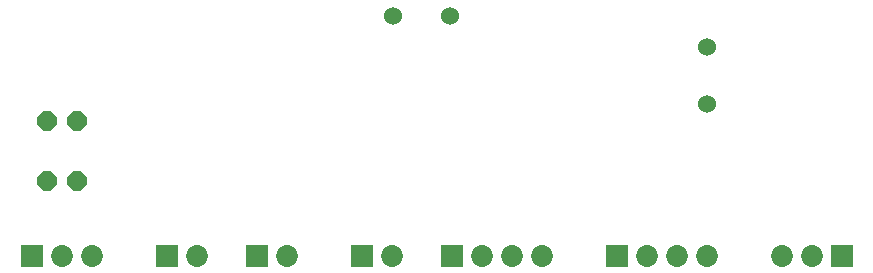
<source format=gbs>
G75*
%MOIN*%
%OFA0B0*%
%FSLAX25Y25*%
%IPPOS*%
%LPD*%
%AMOC8*
5,1,8,0,0,1.08239X$1,22.5*
%
%ADD10R,0.07296X0.07296*%
%ADD11C,0.07296*%
%ADD12C,0.06000*%
%ADD13OC8,0.06400*%
D10*
X0027300Y0013188D03*
X0072300Y0013188D03*
X0102300Y0013188D03*
X0137300Y0013188D03*
X0167300Y0013188D03*
X0222300Y0013188D03*
X0297300Y0013188D03*
D11*
X0287300Y0013188D03*
X0277300Y0013188D03*
X0252300Y0013188D03*
X0242300Y0013188D03*
X0232300Y0013188D03*
X0197300Y0013188D03*
X0187300Y0013188D03*
X0177300Y0013188D03*
X0147300Y0013188D03*
X0112300Y0013188D03*
X0082300Y0013188D03*
X0047300Y0013188D03*
X0037300Y0013188D03*
D12*
X0147800Y0093188D03*
X0166800Y0093188D03*
X0252300Y0082688D03*
X0252300Y0063688D03*
D13*
X0042300Y0058188D03*
X0032300Y0058188D03*
X0032300Y0038188D03*
X0042300Y0038188D03*
M02*

</source>
